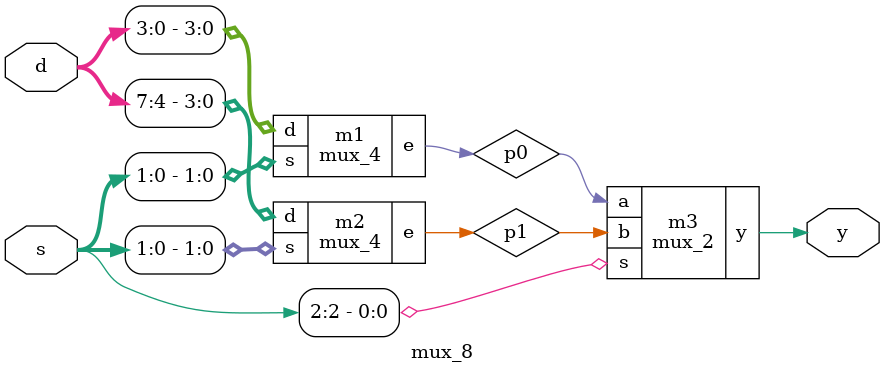
<source format=v>
module mux_2(input wire a,b,s,output wire y);
wire n1,n2;
and a1(n1,~s,a);
and a2(n2,s,b);
or a3(y,n1,n2);
endmodule

module mux_4(input wire[3:0]d,input wire [1:0]s,output wire e);
wire l0,l1;
mux_2 m1(.a(d[0]),.b(d[1]),.s(s[0]),.y(l0));
mux_2 m2(.a(d[2]),.b(d[3]),.s(s[0]),.y(l1));
mux_2 m3(.a(l0),.b(l1),.s(s[1]),.y(e));
endmodule

module mux_8(input wire [7:0]d,input wire [2:0]s, output wire y);
wire p0,p1;
mux_4 m1(.d(d[3:0]),.s(s[1:0]),.e(p0));
mux_4 m2(.d(d[7:4]),.s(s[1:0]),.e(p1));
mux_2 m3(.a(p0),.b(p1),.s(s[2]),.y(y));
endmodule

</source>
